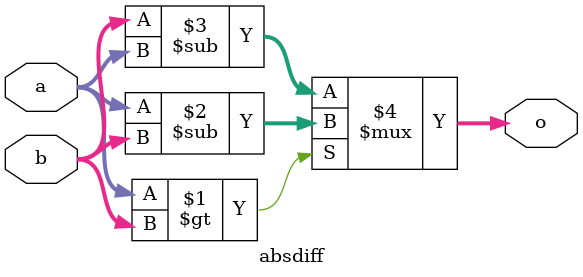
<source format=v>
module absdiff (
	input [7:0] a,
	input [7:0] b,
	output [7:0] o
	
);
	assign o = (a>b) ? a-b : b-a;
endmodule
</source>
